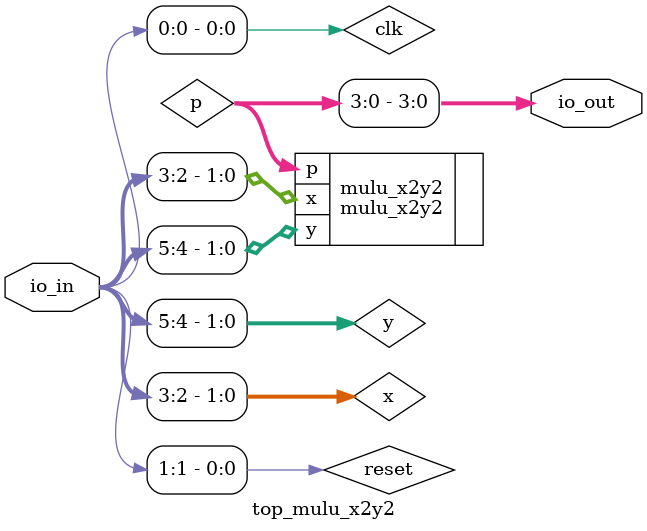
<source format=v>
`default_nettype none

module top_mulu_x2y2 #(
    parameter NOOP = 0
) (
    input [7:0] io_in,
    output [7:0] io_out
);

    wire clk = io_in[0];
    wire reset = io_in[1];
    wire [1:0] x = io_in[3:2];
    wire [1:0] y = io_in[5:4];

    wire [3:0] p;
    assign io_out[3:0] = p;
`ifdef HAS_SIGN
    wire s;
    assign io_out[6] = s;
`endif
`ifdef HAS_READY
    wire rdy;
    assign io_out[7] = rdy;
`endif

    mulu_x2y2 mulu_x2y2(
      .x  (x),
      .y  (y),
      .p  (p)
`ifdef HAS_SIGN
      , .s   (s)
`endif
`ifdef HAS_READY
      , .rdy (rdy)
`endif
    );

endmodule

</source>
